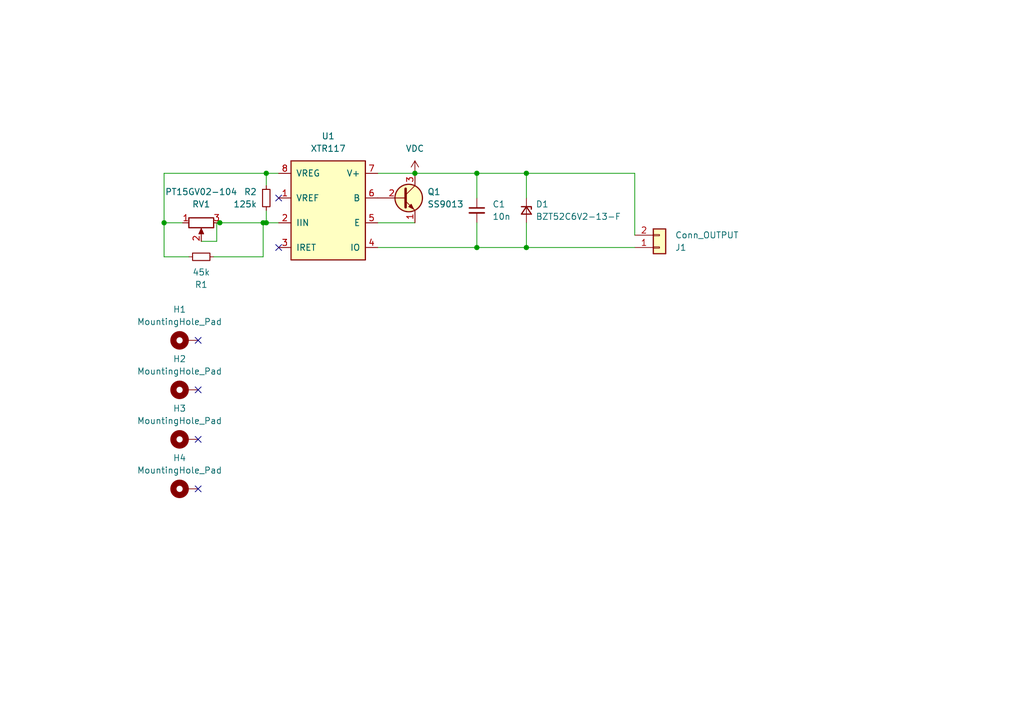
<source format=kicad_sch>
(kicad_sch (version 20230121) (generator eeschema)
  (paper "A5")
  (title_block (title "APPS") (date "2025-03-18") (company "NCKU Formula Racing"))
  (lib_symbols
    (symbol "Connector_Generic:Conn_01x02" (pin_names (offset 1.016) hide)
      (property "Reference" "J" (at 0 2.54 0))
      (property "Value" "Conn_01x02" (at 0 -5.08 0))
      (symbol "Conn_01x02_1_1"
        (rectangle (start -1.27 -2.413) (end 0 -2.667) (stroke (width 0.1524)))
        (rectangle (start -1.27 0.127) (end 0 -0.127) (stroke (width 0.1524)))
        (rectangle (start -1.27 1.27) (end 1.27 -3.81) (stroke (width 0.254)) (fill (type background)))
        (pin passive line (at -5.08 0 0) (length 3.81) (name "Pin_1") (number "1"))
        (pin passive line (at -5.08 -2.54 0) (length 3.81) (name "Pin_2") (number "2"))
      )
    )
    (symbol "Device:C_Small" (pin_numbers hide) (pin_names (offset 0.254) hide)
      (property "Reference" "C" (at 0.254 1.778 0))
      (property "Value" "C_Small" (at 0.254 -2.032 0))
      (symbol "C_Small_0_1"
        (polyline (pts (xy -1.524 -0.508) (xy 1.524 -0.508)) (stroke (width 0.3302)))
        (polyline (pts (xy -1.524 0.508) (xy 1.524 0.508)) (stroke (width 0.3048)))
      )
      (symbol "C_Small_1_1"
        (pin passive line (at 0 2.54 270) (length 2.032) (name "~") (number "1"))
        (pin passive line (at 0 -2.54 90) (length 2.032) (name "~") (number "2"))
      )
    )
    (symbol "Device:D_Zener_Small" (pin_numbers hide) (pin_names (offset 0.254) hide)
      (property "Reference" "D" (at 0 2.286 0))
      (property "Value" "D_Zener_Small" (at 0 -2.286 0))
      (symbol "D_Zener_Small_0_1"
        (polyline (pts (xy 0.762 0) (xy -0.762 0)))
        (polyline (pts (xy -0.254 1.016) (xy -0.762 1.016) (xy -0.762 -1.016)) (stroke (width 0.254)))
        (polyline (pts (xy 0.762 1.016) (xy -0.762 0) (xy 0.762 -1.016) (xy 0.762 1.016)) (stroke (width 0.254)))
      )
      (symbol "D_Zener_Small_1_1"
        (pin passive line (at -2.54 0 0) (length 1.778) (name "K") (number "1"))
        (pin passive line (at 2.54 0 180) (length 1.778) (name "A") (number "2"))
      )
    )
    (symbol "Device:R_Potentiometer" (pin_names (offset 1.016) hide)
      (property "Reference" "RV" (at -4.445 0 90))
      (property "Value" "R_Potentiometer" (at -2.54 0 90))
      (symbol "R_Potentiometer_0_1"
        (polyline (pts (xy 2.54 0) (xy 1.524 0)))
        (polyline (pts (xy 1.143 0) (xy 2.286 0.508) (xy 2.286 -0.508) (xy 1.143 0)) (fill (type outline)))
        (rectangle (start 1.016 2.54) (end -1.016 -2.54) (stroke (width 0.254)))
      )
      (symbol "R_Potentiometer_1_1"
        (pin passive line (at 0 3.81 270) (length 1.27) (name "1") (number "1"))
        (pin passive line (at 3.81 0 180) (length 1.27) (name "2") (number "2"))
        (pin passive line (at 0 -3.81 90) (length 1.27) (name "3") (number "3"))
      )
    )
    (symbol "Device:R_Small" (pin_numbers hide) (pin_names (offset 0.254) hide)
      (property "Reference" "R" (at 0.762 0.508 0))
      (property "Value" "R_Small" (at 0.762 -1.016 0))
      (symbol "R_Small_0_1"
        (rectangle (start -0.762 1.778) (end 0.762 -1.778) (stroke (width 0.2032)))
      )
      (symbol "R_Small_1_1"
        (pin passive line (at 0 2.54 270) (length 0.762) (name "~") (number "1"))
        (pin passive line (at 0 -2.54 90) (length 0.762) (name "~") (number "2"))
      )
    )
    (symbol "Interface_CurrentLoop:XTR115U" (pin_names (offset 1.016))
      (property "Reference" "U" (at -7.62 13.97 0))
      (property "Value" "XTR115U" (at 1.27 13.97 0))
      (symbol "XTR115U_0_1"
        (rectangle (start -7.62 12.7) (end 7.62 -7.62) (stroke (width 0.254)) (fill (type background)))
      )
      (symbol "XTR115U_1_1"
        (pin output line (at -10.16 5.08 0) (length 2.54) (name "VREF") (number "1"))
        (pin input line (at -10.16 0 0) (length 2.54) (name "IIN") (number "2"))
        (pin input line (at -10.16 -5.08 0) (length 2.54) (name "IRET") (number "3"))
        (pin passive line (at 10.16 -5.08 180) (length 2.54) (name "IO") (number "4"))
        (pin passive line (at 10.16 0 180) (length 2.54) (name "E") (number "5"))
        (pin output line (at 10.16 5.08 180) (length 2.54) (name "B") (number "6"))
        (pin output line (at 10.16 10.16 180) (length 2.54) (name "V+") (number "7"))
        (pin output line (at -10.16 10.16 0) (length 2.54) (name "VREG") (number "8"))
      )
    )
    (symbol "Mechanical:MountingHole_Pad" (pin_numbers hide) (pin_names (offset 1.016) hide)
      (property "Reference" "H" (at 0 6.35 0))
      (property "Value" "MountingHole_Pad" (at 0 4.445 0))
      (symbol "MountingHole_Pad_0_1"
        (circle (center 0 1.27) (radius 1.27) (stroke (width 1.27)))
      )
      (symbol "MountingHole_Pad_1_1"
        (pin input line (at 0 -2.54 90) (length 2.54) (name "1") (number "1"))
      )
    )
    (symbol "PCM_Transistor_BJT_AKL:SS9013" (pin_names hide)
      (property "Reference" "Q" (at 5.08 1.27 0))
      (property "Value" "SS9013" (at 5.08 -1.27 0))
      (symbol "SS9013_0_1"
        (polyline (pts (xy 0.635 0.635) (xy 2.54 2.54)))
        (polyline (pts (xy 0.635 -0.635) (xy 2.54 -2.54) (xy 2.54 -2.54)))
        (polyline (pts (xy 0.635 1.905) (xy 0.635 -1.905) (xy 0.635 -1.905)) (stroke (width 0.508)))
        (polyline (pts (xy 1.27 -1.778) (xy 1.778 -1.27) (xy 2.286 -2.286) (xy 1.27 -1.778) (xy 1.27 -1.778)) (fill (type outline)))
        (circle (center 1.27 0) (radius 2.8194) (stroke (width 0.254)) (fill (type background)))
      )
      (symbol "SS9013_1_1"
        (pin passive line (at 2.54 -5.08 90) (length 2.54) (name "E") (number "1"))
        (pin passive line (at -5.08 0 0) (length 5.715) (name "B") (number "2"))
        (pin passive line (at 2.54 5.08 270) (length 2.54) (name "C") (number "3"))
      )
    )
    (symbol "power:VDC" (power) (pin_names (offset 0))
      (property "Value" "VDC" (at 0 6.35 0))
      (symbol "VDC_0_1"
        (polyline (pts (xy -0.762 1.27) (xy 0 2.54)))
        (polyline (pts (xy 0 0) (xy 0 2.54)))
        (polyline (pts (xy 0 2.54) (xy 0.762 1.27)))
      )
      (symbol "VDC_1_1"
        (pin power_in line (at 0 0 90) (length 0) hide (name "VDC") (number "1"))
      )
    )
  )
  (junction (at 97.79 35.56))
  (junction (at 107.95 35.56))
  (junction (at 107.95 50.8))
  (junction (at 54.61 45.72))
  (junction (at 85.09 35.56))
  (junction (at 97.79 50.8))
  (junction (at 33.655 45.72))
  (junction (at 45.085 45.72))
  (junction (at 53.975 45.72))
  (junction (at 54.61 35.56))
  (no_connect (at 57.15 50.8))
  (no_connect (at 40.64 100.33))
  (no_connect (at 40.64 90.17))
  (no_connect (at 40.64 80.01))
  (no_connect (at 40.64 69.85))
  (no_connect (at 57.15 40.64))
  (wire (pts (xy 53.975 52.705) (xy 53.975 45.72)))
  (wire (pts (xy 54.61 43.18) (xy 54.61 45.72)))
  (wire (pts (xy 43.815 52.705) (xy 53.975 52.705)))
  (wire (pts (xy 33.655 35.56) (xy 54.61 35.56)))
  (wire (pts (xy 97.79 35.56) (xy 107.95 35.56)))
  (wire (pts (xy 54.61 45.72) (xy 57.15 45.72)))
  (wire (pts (xy 77.47 50.8) (xy 97.79 50.8)))
  (wire (pts (xy 44.45 49.53) (xy 44.45 45.72)))
  (wire (pts (xy 45.085 45.72) (xy 44.45 45.72)))
  (wire (pts (xy 41.275 49.53) (xy 44.45 49.53)))
  (wire (pts (xy 54.61 35.56) (xy 54.61 38.1)))
  (wire (pts (xy 33.655 52.705) (xy 38.735 52.705)))
  (wire (pts (xy 107.95 50.8) (xy 130.175 50.8)))
  (wire (pts (xy 85.09 35.56) (xy 97.79 35.56)))
  (wire (pts (xy 77.47 45.72) (xy 85.09 45.72)))
  (wire (pts (xy 130.175 35.56) (xy 130.175 48.26)))
  (wire (pts (xy 54.61 35.56) (xy 57.15 35.56)))
  (wire (pts (xy 107.95 50.8) (xy 107.95 45.72)))
  (wire (pts (xy 33.655 45.72) (xy 37.465 45.72)))
  (wire (pts (xy 77.47 35.56) (xy 85.09 35.56)))
  (wire (pts (xy 97.79 45.72) (xy 97.79 50.8)))
  (wire (pts (xy 107.95 40.64) (xy 107.95 35.56)))
  (wire (pts (xy 33.655 35.56) (xy 33.655 45.72)))
  (wire (pts (xy 97.79 40.64) (xy 97.79 35.56)))
  (wire (pts (xy 45.085 45.72) (xy 53.975 45.72)))
  (wire (pts (xy 33.655 45.72) (xy 33.655 52.705)))
  (wire (pts (xy 130.175 35.56) (xy 107.95 35.56)))
  (wire (pts (xy 54.61 45.72) (xy 53.975 45.72)))
  (wire (pts (xy 97.79 50.8) (xy 107.95 50.8)))
  (symbol (lib_id "Device:R_Small") (at 54.61 40.64 0) (mirror y) (unit 1)
    (property "Reference" "R2" (at 52.705 39.37 0) (effects (justify left)))
    (property "Value" "125k" (at 52.705 41.91 0) (effects (justify left)))
    (property "Footprint" "Resistor_SMD:R_0603_1608Metric" (effects hide))
  )
  (symbol (lib_id "Device:R_Potentiometer") (at 41.275 45.72 90) (mirror x) (unit 1)
    (property "Reference" "RV1" (at 41.275 41.91 90))
    (property "Value" "PT15GV02-104" (at 41.275 39.37 90))
    (property "Footprint" "Potentiometer_THT:Potentiometer_Piher_PT-15-V02_Vertical_Hole" (effects hide))
  )
  (symbol (lib_id "Interface_CurrentLoop:XTR115U") (at 67.31 45.72 0) (unit 1)
    (property "Reference" "U1" (at 67.31 27.94 0))
    (property "Value" "XTR117" (at 67.31 30.48 0))
    (property "Footprint" "Package_SO:VSSOP-8_3.0x3.0mm_P0.65mm" (effects hide))
    (property "Datasheet" "http://www.ti.com/lit/ds/symlink/xtr115.pdf" (effects hide))
  )
  (symbol (lib_id "power:VDC") (at 85.09 35.56 0) (unit 1)
    (property "Reference" "#PWR01" (effects hide))
    (property "Value" "VDC" (at 85.09 30.48 0))
  )
  (symbol (lib_id "Device:R_Small") (at 41.275 52.705 90) (mirror x) (unit 1)
    (property "Reference" "R1" (at 41.275 58.42 90))
    (property "Value" "45k" (at 41.275 55.88 90))
    (property "Footprint" "Resistor_SMD:R_0603_1608Metric" (effects hide))
  )
  (symbol (lib_id "Device:C_Small") (at 97.79 43.18 0) (unit 1)
    (property "Reference" "C1" (at 100.965 41.9163 0) (effects (justify left)))
    (property "Value" "10n" (at 100.965 44.4563 0) (effects (justify left)))
    (property "Footprint" "Capacitor_SMD:C_0603_1608Metric" (effects hide))
  )
  (symbol (lib_id "Mechanical:MountingHole_Pad") (at 38.1 69.85 90) (unit 1)
    (property "Reference" "H1" (at 36.83 63.5 90))
    (property "Value" "MountingHole_Pad" (at 36.83 66.04 90))
    (property "Footprint" "MountingHole:MountingHole_2.2mm_M2_Pad" (effects hide))
  )
  (symbol (lib_id "Connector_Generic:Conn_01x02") (at 135.255 50.8 0) (mirror x) (unit 1)
    (property "Reference" "J1" (at 138.43 50.8 0) (effects (justify left)))
    (property "Value" "Conn_OUTPUT" (at 138.43 48.26 0) (effects (justify left)))
    (property "Footprint" "Connector_JST:JST_XH_B2B-XH-A_1x02_P2.50mm_Vertical" (effects hide))
  )
  (symbol (lib_id "Mechanical:MountingHole_Pad") (at 38.1 80.01 90) (unit 1)
    (property "Reference" "H2" (at 36.83 73.66 90))
    (property "Value" "MountingHole_Pad" (at 36.83 76.2 90))
    (property "Footprint" "MountingHole:MountingHole_2.2mm_M2_Pad" (effects hide))
  )
  (symbol (lib_id "Mechanical:MountingHole_Pad") (at 38.1 100.33 90) (unit 1)
    (property "Reference" "H4" (at 36.83 93.98 90))
    (property "Value" "MountingHole_Pad" (at 36.83 96.52 90))
    (property "Footprint" "MountingHole:MountingHole_2.2mm_M2_Pad" (effects hide))
  )
  (symbol (lib_id "PCM_Transistor_BJT_AKL:SS9013") (at 82.55 40.64 0) (unit 1)
    (property "Reference" "Q1" (at 87.63 39.37 0) (effects (justify left)))
    (property "Value" "SS9013" (at 87.63 41.91 0) (effects (justify left)))
    (property "Footprint" "Package_TO_SOT_SMD:SOT-23" (effects hide))
    (property "Datasheet" "http://web.nuu.edu.tw/~marilyn/meilingweb/electronique%20TP/C9013.pdf" (effects hide))
  )
  (symbol (lib_id "Device:D_Zener_Small") (at 107.95 43.18 270) (unit 1)
    (property "Reference" "D1" (at 109.855 41.91 90) (effects (justify left)))
    (property "Value" "BZT52C6V2-13-F" (at 109.855 44.45 90) (effects (justify left)))
    (property "Footprint" "Diode_SMD:D_SOD-123F" (effects hide))
  )
  (symbol (lib_id "Mechanical:MountingHole_Pad") (at 38.1 90.17 90) (unit 1)
    (property "Reference" "H3" (at 36.83 83.82 90))
    (property "Value" "MountingHole_Pad" (at 36.83 86.36 90))
    (property "Footprint" "MountingHole:MountingHole_2.2mm_M2_Pad" (effects hide))
  )
)
</source>
